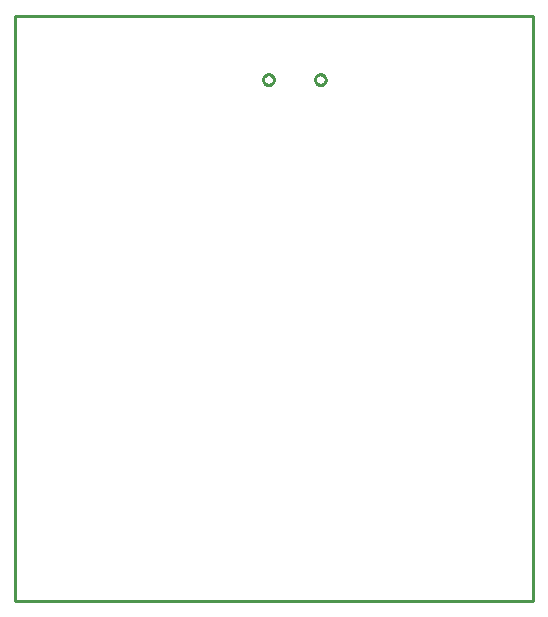
<source format=gbr>
G04 EAGLE Gerber RS-274X export*
G75*
%MOMM*%
%FSLAX34Y34*%
%LPD*%
%IN*%
%IPPOS*%
%AMOC8*
5,1,8,0,0,1.08239X$1,22.5*%
G01*
%ADD10C,0.254000*%


D10*
X508Y-254D02*
X439803Y-254D01*
X439803Y494946D01*
X508Y494946D01*
X508Y-254D01*
X254990Y441366D02*
X255067Y441951D01*
X255220Y442521D01*
X255445Y443066D01*
X255740Y443576D01*
X256099Y444044D01*
X256517Y444462D01*
X256985Y444821D01*
X257495Y445116D01*
X258040Y445341D01*
X258610Y445494D01*
X259195Y445571D01*
X259785Y445571D01*
X260370Y445494D01*
X260940Y445341D01*
X261485Y445116D01*
X261995Y444821D01*
X262463Y444462D01*
X262881Y444044D01*
X263240Y443576D01*
X263535Y443066D01*
X263760Y442521D01*
X263913Y441951D01*
X263990Y441366D01*
X263990Y440776D01*
X263913Y440191D01*
X263760Y439621D01*
X263535Y439076D01*
X263240Y438566D01*
X262881Y438098D01*
X262463Y437680D01*
X261995Y437321D01*
X261485Y437026D01*
X260940Y436801D01*
X260370Y436648D01*
X259785Y436571D01*
X259195Y436571D01*
X258610Y436648D01*
X258040Y436801D01*
X257495Y437026D01*
X256985Y437321D01*
X256517Y437680D01*
X256099Y438098D01*
X255740Y438566D01*
X255445Y439076D01*
X255220Y439621D01*
X255067Y440191D01*
X254990Y440776D01*
X254990Y441366D01*
X210990Y441366D02*
X211067Y441951D01*
X211220Y442521D01*
X211445Y443066D01*
X211740Y443576D01*
X212099Y444044D01*
X212517Y444462D01*
X212985Y444821D01*
X213495Y445116D01*
X214040Y445341D01*
X214610Y445494D01*
X215195Y445571D01*
X215785Y445571D01*
X216370Y445494D01*
X216940Y445341D01*
X217485Y445116D01*
X217995Y444821D01*
X218463Y444462D01*
X218881Y444044D01*
X219240Y443576D01*
X219535Y443066D01*
X219760Y442521D01*
X219913Y441951D01*
X219990Y441366D01*
X219990Y440776D01*
X219913Y440191D01*
X219760Y439621D01*
X219535Y439076D01*
X219240Y438566D01*
X218881Y438098D01*
X218463Y437680D01*
X217995Y437321D01*
X217485Y437026D01*
X216940Y436801D01*
X216370Y436648D01*
X215785Y436571D01*
X215195Y436571D01*
X214610Y436648D01*
X214040Y436801D01*
X213495Y437026D01*
X212985Y437321D01*
X212517Y437680D01*
X212099Y438098D01*
X211740Y438566D01*
X211445Y439076D01*
X211220Y439621D01*
X211067Y440191D01*
X210990Y440776D01*
X210990Y441366D01*
M02*

</source>
